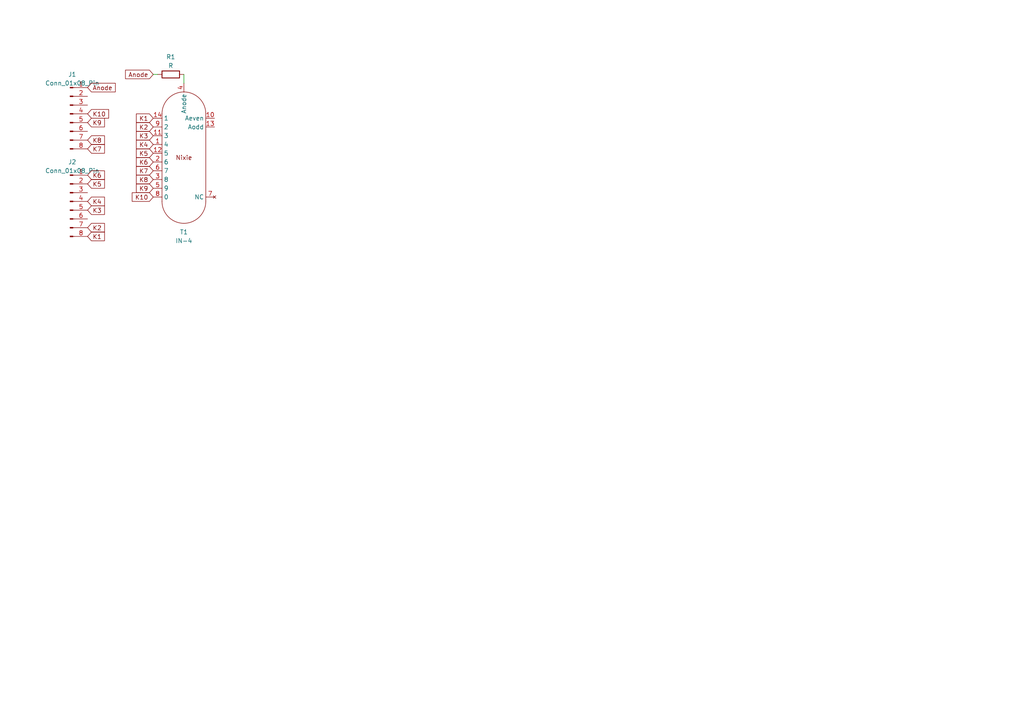
<source format=kicad_sch>
(kicad_sch (version 20230121) (generator eeschema)

  (uuid 50824c4a-f8f2-482d-9b1e-d8fe0dcadaa6)

  (paper "A4")

  (title_block
    (title "PL31 Sockets")
    (date "2023-03-05")
  )

  (lib_symbols
    (symbol "Connector:Conn_01x08_Pin" (pin_names (offset 1.016) hide) (in_bom yes) (on_board yes)
      (property "Reference" "J" (at 0 10.16 0)
        (effects (font (size 1.27 1.27)))
      )
      (property "Value" "Conn_01x08_Pin" (at 0 -12.7 0)
        (effects (font (size 1.27 1.27)))
      )
      (property "Footprint" "" (at 0 0 0)
        (effects (font (size 1.27 1.27)) hide)
      )
      (property "Datasheet" "~" (at 0 0 0)
        (effects (font (size 1.27 1.27)) hide)
      )
      (property "ki_locked" "" (at 0 0 0)
        (effects (font (size 1.27 1.27)))
      )
      (property "ki_keywords" "connector" (at 0 0 0)
        (effects (font (size 1.27 1.27)) hide)
      )
      (property "ki_description" "Generic connector, single row, 01x08, script generated" (at 0 0 0)
        (effects (font (size 1.27 1.27)) hide)
      )
      (property "ki_fp_filters" "Connector*:*_1x??_*" (at 0 0 0)
        (effects (font (size 1.27 1.27)) hide)
      )
      (symbol "Conn_01x08_Pin_1_1"
        (polyline
          (pts
            (xy 1.27 -10.16)
            (xy 0.8636 -10.16)
          )
          (stroke (width 0.1524) (type default))
          (fill (type none))
        )
        (polyline
          (pts
            (xy 1.27 -7.62)
            (xy 0.8636 -7.62)
          )
          (stroke (width 0.1524) (type default))
          (fill (type none))
        )
        (polyline
          (pts
            (xy 1.27 -5.08)
            (xy 0.8636 -5.08)
          )
          (stroke (width 0.1524) (type default))
          (fill (type none))
        )
        (polyline
          (pts
            (xy 1.27 -2.54)
            (xy 0.8636 -2.54)
          )
          (stroke (width 0.1524) (type default))
          (fill (type none))
        )
        (polyline
          (pts
            (xy 1.27 0)
            (xy 0.8636 0)
          )
          (stroke (width 0.1524) (type default))
          (fill (type none))
        )
        (polyline
          (pts
            (xy 1.27 2.54)
            (xy 0.8636 2.54)
          )
          (stroke (width 0.1524) (type default))
          (fill (type none))
        )
        (polyline
          (pts
            (xy 1.27 5.08)
            (xy 0.8636 5.08)
          )
          (stroke (width 0.1524) (type default))
          (fill (type none))
        )
        (polyline
          (pts
            (xy 1.27 7.62)
            (xy 0.8636 7.62)
          )
          (stroke (width 0.1524) (type default))
          (fill (type none))
        )
        (rectangle (start 0.8636 -10.033) (end 0 -10.287)
          (stroke (width 0.1524) (type default))
          (fill (type outline))
        )
        (rectangle (start 0.8636 -7.493) (end 0 -7.747)
          (stroke (width 0.1524) (type default))
          (fill (type outline))
        )
        (rectangle (start 0.8636 -4.953) (end 0 -5.207)
          (stroke (width 0.1524) (type default))
          (fill (type outline))
        )
        (rectangle (start 0.8636 -2.413) (end 0 -2.667)
          (stroke (width 0.1524) (type default))
          (fill (type outline))
        )
        (rectangle (start 0.8636 0.127) (end 0 -0.127)
          (stroke (width 0.1524) (type default))
          (fill (type outline))
        )
        (rectangle (start 0.8636 2.667) (end 0 2.413)
          (stroke (width 0.1524) (type default))
          (fill (type outline))
        )
        (rectangle (start 0.8636 5.207) (end 0 4.953)
          (stroke (width 0.1524) (type default))
          (fill (type outline))
        )
        (rectangle (start 0.8636 7.747) (end 0 7.493)
          (stroke (width 0.1524) (type default))
          (fill (type outline))
        )
        (pin passive line (at 5.08 7.62 180) (length 3.81)
          (name "Pin_1" (effects (font (size 1.27 1.27))))
          (number "1" (effects (font (size 1.27 1.27))))
        )
        (pin passive line (at 5.08 5.08 180) (length 3.81)
          (name "Pin_2" (effects (font (size 1.27 1.27))))
          (number "2" (effects (font (size 1.27 1.27))))
        )
        (pin passive line (at 5.08 2.54 180) (length 3.81)
          (name "Pin_3" (effects (font (size 1.27 1.27))))
          (number "3" (effects (font (size 1.27 1.27))))
        )
        (pin passive line (at 5.08 0 180) (length 3.81)
          (name "Pin_4" (effects (font (size 1.27 1.27))))
          (number "4" (effects (font (size 1.27 1.27))))
        )
        (pin passive line (at 5.08 -2.54 180) (length 3.81)
          (name "Pin_5" (effects (font (size 1.27 1.27))))
          (number "5" (effects (font (size 1.27 1.27))))
        )
        (pin passive line (at 5.08 -5.08 180) (length 3.81)
          (name "Pin_6" (effects (font (size 1.27 1.27))))
          (number "6" (effects (font (size 1.27 1.27))))
        )
        (pin passive line (at 5.08 -7.62 180) (length 3.81)
          (name "Pin_7" (effects (font (size 1.27 1.27))))
          (number "7" (effects (font (size 1.27 1.27))))
        )
        (pin passive line (at 5.08 -10.16 180) (length 3.81)
          (name "Pin_8" (effects (font (size 1.27 1.27))))
          (number "8" (effects (font (size 1.27 1.27))))
        )
      )
    )
    (symbol "Device:R" (pin_numbers hide) (pin_names (offset 0)) (in_bom yes) (on_board yes)
      (property "Reference" "R" (at 2.032 0 90)
        (effects (font (size 1.27 1.27)))
      )
      (property "Value" "R" (at 0 0 90)
        (effects (font (size 1.27 1.27)))
      )
      (property "Footprint" "" (at -1.778 0 90)
        (effects (font (size 1.27 1.27)) hide)
      )
      (property "Datasheet" "~" (at 0 0 0)
        (effects (font (size 1.27 1.27)) hide)
      )
      (property "ki_keywords" "R res resistor" (at 0 0 0)
        (effects (font (size 1.27 1.27)) hide)
      )
      (property "ki_description" "Resistor" (at 0 0 0)
        (effects (font (size 1.27 1.27)) hide)
      )
      (property "ki_fp_filters" "R_*" (at 0 0 0)
        (effects (font (size 1.27 1.27)) hide)
      )
      (symbol "R_0_1"
        (rectangle (start -1.016 -2.54) (end 1.016 2.54)
          (stroke (width 0.254) (type default))
          (fill (type none))
        )
      )
      (symbol "R_1_1"
        (pin passive line (at 0 3.81 270) (length 1.27)
          (name "~" (effects (font (size 1.27 1.27))))
          (number "1" (effects (font (size 1.27 1.27))))
        )
        (pin passive line (at 0 -3.81 90) (length 1.27)
          (name "~" (effects (font (size 1.27 1.27))))
          (number "2" (effects (font (size 1.27 1.27))))
        )
      )
    )
    (symbol "Nixie:IN-4" (in_bom yes) (on_board yes)
      (property "Reference" "T" (at -6.35 17.78 0)
        (effects (font (size 1.27 1.27)))
      )
      (property "Value" "IN-4" (at 0 2.54 0)
        (effects (font (size 1.27 1.27)))
      )
      (property "Footprint" "" (at 0 12.7 0)
        (effects (font (size 1.27 1.27)) hide)
      )
      (property "Datasheet" "http://www.tube-tester.com/sites/nixie/data/in-4/in-4-sh2.htm" (at 0 21.59 0)
        (effects (font (size 1.27 1.27)) hide)
      )
      (symbol "IN-4_0_1"
        (arc (start -6.35 -12.7002) (mid -4.4901 -17.1903) (end 0 -19.0502)
          (stroke (width 0) (type default))
          (fill (type none))
        )
        (arc (start 0.0001 -19.0501) (mid 4.4902 -17.1902) (end 6.3501 -12.7001)
          (stroke (width 0) (type default))
          (fill (type none))
        )
        (polyline
          (pts
            (xy -6.35 12.7)
            (xy -6.35 -12.7)
          )
          (stroke (width 0) (type default))
          (fill (type none))
        )
        (polyline
          (pts
            (xy 6.35 12.7)
            (xy 6.35 -12.7)
          )
          (stroke (width 0) (type default))
          (fill (type none))
        )
        (arc (start 0 19.05) (mid -4.4901 17.1901) (end -6.35 12.7)
          (stroke (width 0) (type default))
          (fill (type none))
        )
        (arc (start 6.35 12.7) (mid 4.4901 17.1901) (end 0 19.05)
          (stroke (width 0) (type default))
          (fill (type none))
        )
        (text "Nixie" (at 0 0 0)
          (effects (font (size 1.27 1.27)))
        )
      )
      (symbol "IN-4_1_1"
        (pin passive line (at -8.89 3.81 0) (length 2.54)
          (name "4" (effects (font (size 1.27 1.27))))
          (number "1" (effects (font (size 1.27 1.27))))
        )
        (pin passive line (at 8.89 11.43 180) (length 2.54)
          (name "Aeven" (effects (font (size 1.27 1.27))))
          (number "10" (effects (font (size 1.27 1.27))))
        )
        (pin passive line (at -8.89 6.35 0) (length 2.54)
          (name "3" (effects (font (size 1.27 1.27))))
          (number "11" (effects (font (size 1.27 1.27))))
        )
        (pin passive line (at -8.89 1.27 0) (length 2.54)
          (name "5" (effects (font (size 1.27 1.27))))
          (number "12" (effects (font (size 1.27 1.27))))
        )
        (pin passive line (at 8.89 8.89 180) (length 2.54)
          (name "Aodd" (effects (font (size 1.27 1.27))))
          (number "13" (effects (font (size 1.27 1.27))))
        )
        (pin passive line (at -8.89 11.43 0) (length 2.54)
          (name "1" (effects (font (size 1.27 1.27))))
          (number "14" (effects (font (size 1.27 1.27))))
        )
        (pin passive line (at -8.89 -1.27 0) (length 2.54)
          (name "6" (effects (font (size 1.27 1.27))))
          (number "2" (effects (font (size 1.27 1.27))))
        )
        (pin passive line (at -8.89 -6.35 0) (length 2.54)
          (name "8" (effects (font (size 1.27 1.27))))
          (number "3" (effects (font (size 1.27 1.27))))
        )
        (pin passive line (at 0 21.59 270) (length 2.54)
          (name "Anode" (effects (font (size 1.27 1.27))))
          (number "4" (effects (font (size 1.27 1.27))))
        )
        (pin passive line (at -8.89 -8.89 0) (length 2.54)
          (name "9" (effects (font (size 1.27 1.27))))
          (number "5" (effects (font (size 1.27 1.27))))
        )
        (pin passive line (at -8.89 -3.81 0) (length 2.54)
          (name "7" (effects (font (size 1.27 1.27))))
          (number "6" (effects (font (size 1.27 1.27))))
        )
        (pin no_connect line (at 8.89 -11.43 180) (length 2.54)
          (name "NC" (effects (font (size 1.27 1.27))))
          (number "7" (effects (font (size 1.27 1.27))))
        )
        (pin passive line (at -8.89 -11.43 0) (length 2.54)
          (name "0" (effects (font (size 1.27 1.27))))
          (number "8" (effects (font (size 1.27 1.27))))
        )
        (pin passive line (at -8.89 8.89 0) (length 2.54)
          (name "2" (effects (font (size 1.27 1.27))))
          (number "9" (effects (font (size 1.27 1.27))))
        )
      )
    )
  )


  (wire (pts (xy 53.34 21.59) (xy 53.34 24.13))
    (stroke (width 0) (type default))
    (uuid 4b0e29c4-159a-4328-91f1-674680c3d232)
  )
  (wire (pts (xy 44.45 21.59) (xy 45.72 21.59))
    (stroke (width 0) (type default))
    (uuid 542e81e5-0365-49db-9a86-31dd2f82cdcb)
  )

  (global_label "K1" (shape input) (at 25.4 68.58 0) (fields_autoplaced)
    (effects (font (size 1.27 1.27)) (justify left))
    (uuid 01ff077b-1391-4d3a-b598-2c653deb18bd)
    (property "Intersheetrefs" "${INTERSHEET_REFS}" (at 30.7853 68.58 0)
      (effects (font (size 1.27 1.27)) (justify left) hide)
    )
  )
  (global_label "K6" (shape input) (at 44.45 46.99 180) (fields_autoplaced)
    (effects (font (size 1.27 1.27)) (justify right))
    (uuid 0f21178b-6563-44dc-8387-ee3b1f75cfc2)
    (property "Intersheetrefs" "${INTERSHEET_REFS}" (at 39.0647 46.99 0)
      (effects (font (size 1.27 1.27)) (justify right) hide)
    )
  )
  (global_label "Anode" (shape input) (at 25.4 25.4 0) (fields_autoplaced)
    (effects (font (size 1.27 1.27)) (justify left))
    (uuid 16dea3be-a8e5-482d-91b9-3a04471589a0)
    (property "Intersheetrefs" "${INTERSHEET_REFS}" (at 33.93 25.4 0)
      (effects (font (size 1.27 1.27)) (justify left) hide)
    )
  )
  (global_label "K4" (shape input) (at 44.45 41.91 180) (fields_autoplaced)
    (effects (font (size 1.27 1.27)) (justify right))
    (uuid 19c68155-f547-4908-a571-28b7430c5629)
    (property "Intersheetrefs" "${INTERSHEET_REFS}" (at 39.0647 41.91 0)
      (effects (font (size 1.27 1.27)) (justify right) hide)
    )
  )
  (global_label "Anode" (shape input) (at 44.45 21.59 180) (fields_autoplaced)
    (effects (font (size 1.27 1.27)) (justify right))
    (uuid 1d8e569b-48d2-4ccb-ba11-a4cae8d2f2fc)
    (property "Intersheetrefs" "${INTERSHEET_REFS}" (at 35.92 21.59 0)
      (effects (font (size 1.27 1.27)) (justify right) hide)
    )
  )
  (global_label "K5" (shape input) (at 44.45 44.45 180) (fields_autoplaced)
    (effects (font (size 1.27 1.27)) (justify right))
    (uuid 268c1d68-d3bd-4295-a462-596dbf13f8d8)
    (property "Intersheetrefs" "${INTERSHEET_REFS}" (at 39.0647 44.45 0)
      (effects (font (size 1.27 1.27)) (justify right) hide)
    )
  )
  (global_label "K4" (shape input) (at 25.4 58.42 0) (fields_autoplaced)
    (effects (font (size 1.27 1.27)) (justify left))
    (uuid 364c92ca-3f9b-4dd6-aaf6-d101b464f53e)
    (property "Intersheetrefs" "${INTERSHEET_REFS}" (at 30.7853 58.42 0)
      (effects (font (size 1.27 1.27)) (justify left) hide)
    )
  )
  (global_label "K3" (shape input) (at 25.4 60.96 0) (fields_autoplaced)
    (effects (font (size 1.27 1.27)) (justify left))
    (uuid 3d397a84-ce09-47ec-a42f-3b0b81bbef0b)
    (property "Intersheetrefs" "${INTERSHEET_REFS}" (at 30.7853 60.96 0)
      (effects (font (size 1.27 1.27)) (justify left) hide)
    )
  )
  (global_label "K10" (shape input) (at 25.4 33.02 0) (fields_autoplaced)
    (effects (font (size 1.27 1.27)) (justify left))
    (uuid 3f52454d-9dd0-4c6f-a518-3fde29911193)
    (property "Intersheetrefs" "${INTERSHEET_REFS}" (at 31.9948 33.02 0)
      (effects (font (size 1.27 1.27)) (justify left) hide)
    )
  )
  (global_label "K8" (shape input) (at 44.45 52.07 180) (fields_autoplaced)
    (effects (font (size 1.27 1.27)) (justify right))
    (uuid 481a9b73-9182-4f08-a052-7c8ed7ac00ae)
    (property "Intersheetrefs" "${INTERSHEET_REFS}" (at 39.0647 52.07 0)
      (effects (font (size 1.27 1.27)) (justify right) hide)
    )
  )
  (global_label "K2" (shape input) (at 25.4 66.04 0) (fields_autoplaced)
    (effects (font (size 1.27 1.27)) (justify left))
    (uuid 53713bc4-7eed-4513-a6bd-0e4abfd4091d)
    (property "Intersheetrefs" "${INTERSHEET_REFS}" (at 30.7853 66.04 0)
      (effects (font (size 1.27 1.27)) (justify left) hide)
    )
  )
  (global_label "K6" (shape input) (at 25.4 50.8 0) (fields_autoplaced)
    (effects (font (size 1.27 1.27)) (justify left))
    (uuid 59326992-65fe-43a7-b17b-1c6780955c11)
    (property "Intersheetrefs" "${INTERSHEET_REFS}" (at 30.7853 50.8 0)
      (effects (font (size 1.27 1.27)) (justify left) hide)
    )
  )
  (global_label "K8" (shape input) (at 25.4 40.64 0) (fields_autoplaced)
    (effects (font (size 1.27 1.27)) (justify left))
    (uuid 81eae4e4-624e-4902-92b5-2f01b5cdf80c)
    (property "Intersheetrefs" "${INTERSHEET_REFS}" (at 30.7853 40.64 0)
      (effects (font (size 1.27 1.27)) (justify left) hide)
    )
  )
  (global_label "K9" (shape input) (at 25.4 35.56 0) (fields_autoplaced)
    (effects (font (size 1.27 1.27)) (justify left))
    (uuid 8b6b9f3b-5612-49ae-ad9f-4307aa2d4894)
    (property "Intersheetrefs" "${INTERSHEET_REFS}" (at 30.7853 35.56 0)
      (effects (font (size 1.27 1.27)) (justify left) hide)
    )
  )
  (global_label "K7" (shape input) (at 25.4 43.18 0) (fields_autoplaced)
    (effects (font (size 1.27 1.27)) (justify left))
    (uuid 8d666116-9598-4b4d-8c54-fd9e077a2e06)
    (property "Intersheetrefs" "${INTERSHEET_REFS}" (at 30.7853 43.18 0)
      (effects (font (size 1.27 1.27)) (justify left) hide)
    )
  )
  (global_label "K3" (shape input) (at 44.45 39.37 180) (fields_autoplaced)
    (effects (font (size 1.27 1.27)) (justify right))
    (uuid 8fadaea3-a21a-48d2-b87c-eb1f7235cf8d)
    (property "Intersheetrefs" "${INTERSHEET_REFS}" (at 39.0647 39.37 0)
      (effects (font (size 1.27 1.27)) (justify right) hide)
    )
  )
  (global_label "K2" (shape input) (at 44.45 36.83 180) (fields_autoplaced)
    (effects (font (size 1.27 1.27)) (justify right))
    (uuid a4223bb0-4f3c-4891-b42e-15e4c5c1eb14)
    (property "Intersheetrefs" "${INTERSHEET_REFS}" (at 39.0647 36.83 0)
      (effects (font (size 1.27 1.27)) (justify right) hide)
    )
  )
  (global_label "K1" (shape input) (at 44.45 34.29 180) (fields_autoplaced)
    (effects (font (size 1.27 1.27)) (justify right))
    (uuid a515a465-2807-4f9b-9601-18f11f91c888)
    (property "Intersheetrefs" "${INTERSHEET_REFS}" (at 39.0647 34.29 0)
      (effects (font (size 1.27 1.27)) (justify right) hide)
    )
  )
  (global_label "K9" (shape input) (at 44.45 54.61 180) (fields_autoplaced)
    (effects (font (size 1.27 1.27)) (justify right))
    (uuid a7524afc-a4cf-469a-9534-62111d00f55c)
    (property "Intersheetrefs" "${INTERSHEET_REFS}" (at 39.0647 54.61 0)
      (effects (font (size 1.27 1.27)) (justify right) hide)
    )
  )
  (global_label "K10" (shape input) (at 44.45 57.15 180) (fields_autoplaced)
    (effects (font (size 1.27 1.27)) (justify right))
    (uuid b3fe8cb2-edf5-4956-a3d2-f9de90d96a32)
    (property "Intersheetrefs" "${INTERSHEET_REFS}" (at 37.8552 57.15 0)
      (effects (font (size 1.27 1.27)) (justify right) hide)
    )
  )
  (global_label "K5" (shape input) (at 25.4 53.34 0) (fields_autoplaced)
    (effects (font (size 1.27 1.27)) (justify left))
    (uuid e0bf30ef-78cf-4394-b834-ca24613e86db)
    (property "Intersheetrefs" "${INTERSHEET_REFS}" (at 30.7853 53.34 0)
      (effects (font (size 1.27 1.27)) (justify left) hide)
    )
  )
  (global_label "K7" (shape input) (at 44.45 49.53 180) (fields_autoplaced)
    (effects (font (size 1.27 1.27)) (justify right))
    (uuid e521cf01-feb1-4e43-b8f0-4eaa895068c3)
    (property "Intersheetrefs" "${INTERSHEET_REFS}" (at 39.0647 49.53 0)
      (effects (font (size 1.27 1.27)) (justify right) hide)
    )
  )

  (symbol (lib_id "Device:R") (at 49.53 21.59 90) (unit 1)
    (in_bom yes) (on_board yes) (dnp no) (fields_autoplaced)
    (uuid 47fbd292-e9dd-4a2e-8fcc-fa4509548212)
    (property "Reference" "R1" (at 49.53 16.51 90)
      (effects (font (size 1.27 1.27)))
    )
    (property "Value" "R" (at 49.53 19.05 90)
      (effects (font (size 1.27 1.27)))
    )
    (property "Footprint" "Resistor_THT:R_Axial_DIN0207_L6.3mm_D2.5mm_P7.62mm_Horizontal" (at 49.53 23.368 90)
      (effects (font (size 1.27 1.27)) hide)
    )
    (property "Datasheet" "~" (at 49.53 21.59 0)
      (effects (font (size 1.27 1.27)) hide)
    )
    (pin "1" (uuid 4ca47e18-8380-40a5-864b-44386c6bd427))
    (pin "2" (uuid 0a8ec285-035c-462b-84ea-dc0ec38a9b69))
    (instances
      (project "IN4-180D-socket"
        (path "/50824c4a-f8f2-482d-9b1e-d8fe0dcadaa6"
          (reference "R1") (unit 1)
        )
      )
    )
  )

  (symbol (lib_id "Connector:Conn_01x08_Pin") (at 20.32 33.02 0) (unit 1)
    (in_bom yes) (on_board yes) (dnp no) (fields_autoplaced)
    (uuid 804695d5-747e-476a-b933-f3db3c4bf3ff)
    (property "Reference" "J1" (at 20.955 21.59 0)
      (effects (font (size 1.27 1.27)))
    )
    (property "Value" "Conn_01x08_Pin" (at 20.955 24.13 0)
      (effects (font (size 1.27 1.27)))
    )
    (property "Footprint" "Connector_PinHeader_2.54mm:PinHeader_1x08_P2.54mm_Vertical" (at 20.32 33.02 0)
      (effects (font (size 1.27 1.27)) hide)
    )
    (property "Datasheet" "~" (at 20.32 33.02 0)
      (effects (font (size 1.27 1.27)) hide)
    )
    (pin "1" (uuid 0c980b28-2996-4766-b458-dedf3592514c))
    (pin "2" (uuid 0eb918cf-3f4f-4f83-910b-37f18c2c0e93))
    (pin "3" (uuid 708d1aeb-a439-4993-bf24-ffcdda2bb86f))
    (pin "4" (uuid b615b0ab-8c28-4c9f-9824-cc6be2d67802))
    (pin "5" (uuid cda3abb4-48c4-4328-9006-347dc60d0049))
    (pin "6" (uuid e42086db-6673-4561-88ee-82dfb87c6594))
    (pin "7" (uuid 572f5d6f-26dd-4d9d-8512-55a1c6a31e1d))
    (pin "8" (uuid 71d97878-fd30-4b92-afc7-546eca34ecb2))
    (instances
      (project "IN4-180D-socket"
        (path "/50824c4a-f8f2-482d-9b1e-d8fe0dcadaa6"
          (reference "J1") (unit 1)
        )
      )
    )
  )

  (symbol (lib_id "Nixie:IN-4") (at 53.34 45.72 0) (unit 1)
    (in_bom yes) (on_board yes) (dnp no) (fields_autoplaced)
    (uuid 899fdbef-3de8-4dea-bb69-7c3e77a03720)
    (property "Reference" "T1" (at 53.34 67.31 0)
      (effects (font (size 1.27 1.27)))
    )
    (property "Value" "IN-4" (at 53.34 69.85 0)
      (effects (font (size 1.27 1.27)))
    )
    (property "Footprint" "Nixie:PL31 (IN4 rotation)" (at 53.34 33.02 0)
      (effects (font (size 1.27 1.27)) hide)
    )
    (property "Datasheet" "http://www.tube-tester.com/sites/nixie/data/in-4/in-4-sh2.htm" (at 53.34 24.13 0)
      (effects (font (size 1.27 1.27)) hide)
    )
    (pin "1" (uuid ad17747c-8a40-4d89-8f01-b37338ae8396))
    (pin "10" (uuid 8ab8050e-37ea-49f3-8259-35a9eee5d49e))
    (pin "11" (uuid c04654b1-2710-4f76-9a61-64f985930183))
    (pin "12" (uuid 537daf79-5c34-4a5b-a72f-30d4633f16f1))
    (pin "13" (uuid d68789fa-d075-4b0c-be73-ce9bac777fb3))
    (pin "14" (uuid 609b03ca-2c9e-4029-abee-376cd9f63d29))
    (pin "2" (uuid 2e77dac9-42e8-4643-8004-79d7b959e3bf))
    (pin "3" (uuid b26f6682-0abd-441e-8455-d0e9f5739ef3))
    (pin "4" (uuid 0c03baae-c77b-4f51-acf8-4cbe8897a276))
    (pin "5" (uuid 3ef9ccc0-a3df-4689-82a8-6d8066dc19f2))
    (pin "6" (uuid aaa705e3-40fe-4bfe-bf45-ec92a7bc32f2))
    (pin "7" (uuid 9d6e4ad9-9c54-4d65-b8d2-bde53b28fd1e))
    (pin "8" (uuid 628d33e3-64b5-4a8d-829f-15f175a8fa9d))
    (pin "9" (uuid fc2c5061-f0ba-4a78-b18b-51e3fb7a958d))
    (instances
      (project "IN4-180D-socket"
        (path "/50824c4a-f8f2-482d-9b1e-d8fe0dcadaa6"
          (reference "T1") (unit 1)
        )
      )
    )
  )

  (symbol (lib_id "Connector:Conn_01x08_Pin") (at 20.32 58.42 0) (unit 1)
    (in_bom yes) (on_board yes) (dnp no) (fields_autoplaced)
    (uuid 9376665c-9d01-4807-acfe-323887b6c23e)
    (property "Reference" "J2" (at 20.955 46.99 0)
      (effects (font (size 1.27 1.27)))
    )
    (property "Value" "Conn_01x08_Pin" (at 20.955 49.53 0)
      (effects (font (size 1.27 1.27)))
    )
    (property "Footprint" "Connector_PinHeader_2.54mm:PinHeader_1x08_P2.54mm_Vertical" (at 20.32 58.42 0)
      (effects (font (size 1.27 1.27)) hide)
    )
    (property "Datasheet" "~" (at 20.32 58.42 0)
      (effects (font (size 1.27 1.27)) hide)
    )
    (pin "1" (uuid 9f08114d-87bc-4021-90c5-6e5c68c42e34))
    (pin "2" (uuid 38d9ac42-cb4c-452d-97d5-97f79c0c9537))
    (pin "3" (uuid d8ef2b16-261a-43d3-b99c-e56a7f8b4caa))
    (pin "4" (uuid 25ee202f-cc72-47cf-b49b-58da9e9d4804))
    (pin "5" (uuid 4441bbe2-8b05-4b86-b566-715c20794d75))
    (pin "6" (uuid ba616d60-f644-49b4-ae01-1d90b5255b00))
    (pin "7" (uuid 75d7a6b4-93ed-450d-ac88-3ed853c9bf78))
    (pin "8" (uuid 6942a4f6-9953-4405-ab56-fe5c79ecd327))
    (instances
      (project "IN4-180D-socket"
        (path "/50824c4a-f8f2-482d-9b1e-d8fe0dcadaa6"
          (reference "J2") (unit 1)
        )
      )
    )
  )

  (sheet_instances
    (path "/" (page "1"))
  )
)

</source>
